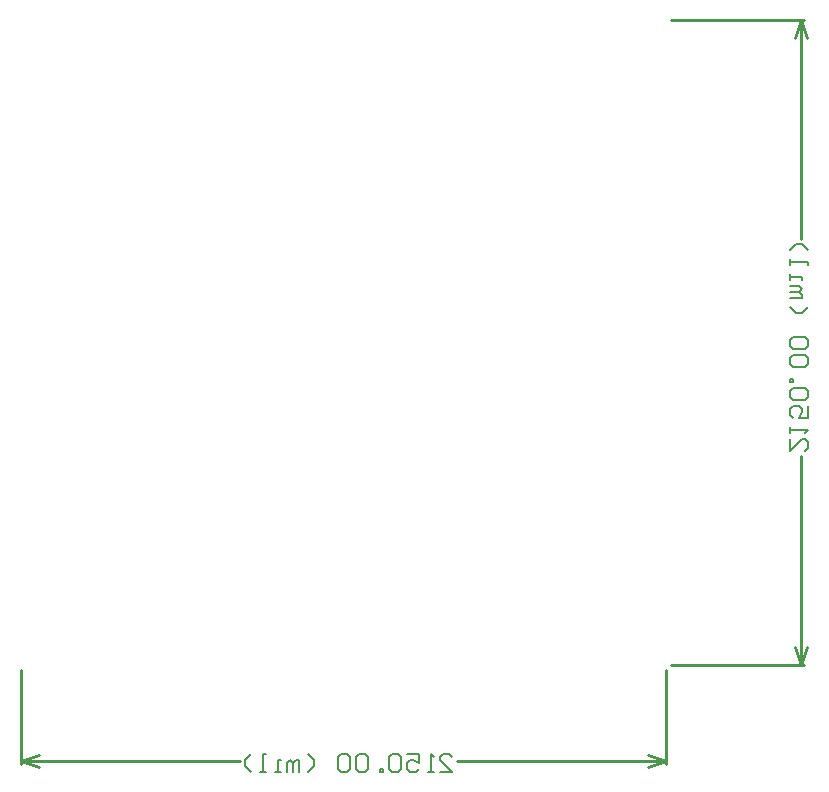
<source format=gm1>
%FSLAX25Y25*%
%MOIN*%
G70*
G01*
G75*
G04 Layer_Color=16711935*
%ADD10R,0.07874X0.15748*%
%ADD11R,0.05906X0.04921*%
%ADD12R,0.04921X0.05906*%
%ADD13R,0.19685X0.19685*%
%ADD14R,0.01181X0.06693*%
%ADD15R,0.06693X0.01181*%
%ADD16R,0.05118X0.13583*%
%ADD17R,0.13583X0.05118*%
%ADD18C,0.01181*%
%ADD19C,0.03000*%
%ADD20C,0.02000*%
%ADD21R,0.05906X0.05906*%
%ADD22C,0.05906*%
%ADD23R,0.05906X0.05906*%
%ADD24C,0.02362*%
%ADD25C,0.05000*%
%ADD26C,0.04000*%
%ADD27C,0.02598*%
%ADD28R,0.27000X0.27000*%
%ADD29C,0.04000*%
%ADD30C,0.07543*%
G04:AMPARAMS|DCode=31|XSize=95.433mil|YSize=95.433mil|CornerRadius=0mil|HoleSize=0mil|Usage=FLASHONLY|Rotation=0.000|XOffset=0mil|YOffset=0mil|HoleType=Round|Shape=Relief|Width=10mil|Gap=10mil|Entries=4|*
%AMTHD31*
7,0,0,0.09543,0.07543,0.01000,45*
%
%ADD31THD31*%
%ADD32C,0.05378*%
%ADD33C,0.06800*%
%ADD34C,0.06500*%
G04:AMPARAMS|DCode=35|XSize=88mil|YSize=88mil|CornerRadius=0mil|HoleSize=0mil|Usage=FLASHONLY|Rotation=0.000|XOffset=0mil|YOffset=0mil|HoleType=Round|Shape=Relief|Width=10mil|Gap=10mil|Entries=4|*
%AMTHD35*
7,0,0,0.08800,0.06800,0.01000,45*
%
%ADD35THD35*%
%ADD36C,0.05299*%
%ADD37C,0.00984*%
%ADD38C,0.00787*%
%ADD39C,0.01000*%
%ADD40R,0.08674X0.16548*%
%ADD41R,0.06706X0.05721*%
%ADD42R,0.05721X0.06706*%
%ADD43R,0.20485X0.20485*%
%ADD44R,0.01981X0.07493*%
%ADD45R,0.07493X0.01981*%
%ADD46R,0.05918X0.14383*%
%ADD47R,0.14383X0.05918*%
%ADD48R,0.06706X0.06706*%
%ADD49C,0.06706*%
%ADD50R,0.06706X0.06706*%
%ADD51C,0.03162*%
%ADD52C,0.05800*%
%ADD53C,0.04800*%
%ADD54C,0.03398*%
%ADD55C,0.00600*%
D39*
X425001Y520000D02*
X380501D01*
X425001Y305000D02*
X380501D01*
X424001Y446989D02*
Y520000D01*
Y305000D02*
Y374811D01*
X426001Y514000D02*
X424001Y520000D01*
X422001Y514000D01*
X424001Y305000D02*
X422001Y311000D01*
X426001D02*
X424001Y305000D01*
X164001Y272000D02*
Y303500D01*
X379001Y272000D02*
Y303500D01*
X237012Y273000D02*
X164001D01*
X379001D02*
X309190D01*
X170001Y275000D02*
X164001Y273000D01*
X170001Y271000D02*
X164001Y273000D01*
X379001D02*
X373001Y271000D01*
X379001Y273000D02*
X373001Y275000D01*
D55*
X420402Y380410D02*
Y376411D01*
X424401Y380410D01*
X425400D01*
X426400Y379410D01*
Y377411D01*
X425400Y376411D01*
X420402Y382409D02*
Y384409D01*
Y383409D01*
X426400D01*
X425400Y382409D01*
X426400Y391406D02*
Y387408D01*
X423401D01*
X424401Y389407D01*
Y390407D01*
X423401Y391406D01*
X421402D01*
X420402Y390407D01*
Y388407D01*
X421402Y387408D01*
X425400Y393406D02*
X426400Y394405D01*
Y396405D01*
X425400Y397404D01*
X421402D01*
X420402Y396405D01*
Y394405D01*
X421402Y393406D01*
X425400D01*
X420402Y399404D02*
X421402D01*
Y400403D01*
X420402D01*
Y399404D01*
X425400Y404402D02*
X426400Y405402D01*
Y407401D01*
X425400Y408401D01*
X421402D01*
X420402Y407401D01*
Y405402D01*
X421402Y404402D01*
X425400D01*
Y410400D02*
X426400Y411400D01*
Y413399D01*
X425400Y414399D01*
X421402D01*
X420402Y413399D01*
Y411400D01*
X421402Y410400D01*
X425400D01*
X420402Y424396D02*
X422401Y422396D01*
X424401D01*
X426400Y424396D01*
X420402Y427395D02*
X424401D01*
Y428394D01*
X423401Y429394D01*
X420402D01*
X423401D01*
X424401Y430394D01*
X423401Y431393D01*
X420402D01*
Y433393D02*
Y435392D01*
Y434392D01*
X424401D01*
Y433393D01*
X420402Y438391D02*
Y440390D01*
Y439391D01*
X426400D01*
Y438391D01*
X420402Y443390D02*
X422401Y445389D01*
X424401D01*
X426400Y443390D01*
X303591Y269401D02*
X307590D01*
X303591Y273400D01*
Y274399D01*
X304591Y275399D01*
X306590D01*
X307590Y274399D01*
X301592Y269401D02*
X299592D01*
X300592D01*
Y275399D01*
X301592Y274399D01*
X292595Y275399D02*
X296593D01*
Y272400D01*
X294594Y273400D01*
X293594D01*
X292595Y272400D01*
Y270401D01*
X293594Y269401D01*
X295594D01*
X296593Y270401D01*
X290595Y274399D02*
X289596Y275399D01*
X287596D01*
X286597Y274399D01*
Y270401D01*
X287596Y269401D01*
X289596D01*
X290595Y270401D01*
Y274399D01*
X284597Y269401D02*
Y270401D01*
X283598D01*
Y269401D01*
X284597D01*
X279599Y274399D02*
X278599Y275399D01*
X276600D01*
X275600Y274399D01*
Y270401D01*
X276600Y269401D01*
X278599D01*
X279599Y270401D01*
Y274399D01*
X273601D02*
X272601Y275399D01*
X270602D01*
X269602Y274399D01*
Y270401D01*
X270602Y269401D01*
X272601D01*
X273601Y270401D01*
Y274399D01*
X259605Y269401D02*
X261605Y271400D01*
Y273400D01*
X259605Y275399D01*
X256606Y269401D02*
Y273400D01*
X255607D01*
X254607Y272400D01*
Y269401D01*
Y272400D01*
X253607Y273400D01*
X252608Y272400D01*
Y269401D01*
X250608D02*
X248609D01*
X249609D01*
Y273400D01*
X250608D01*
X245610Y269401D02*
X243611D01*
X244610D01*
Y275399D01*
X245610D01*
X240612Y269401D02*
X238612Y271400D01*
Y273400D01*
X240612Y275399D01*
M02*

</source>
